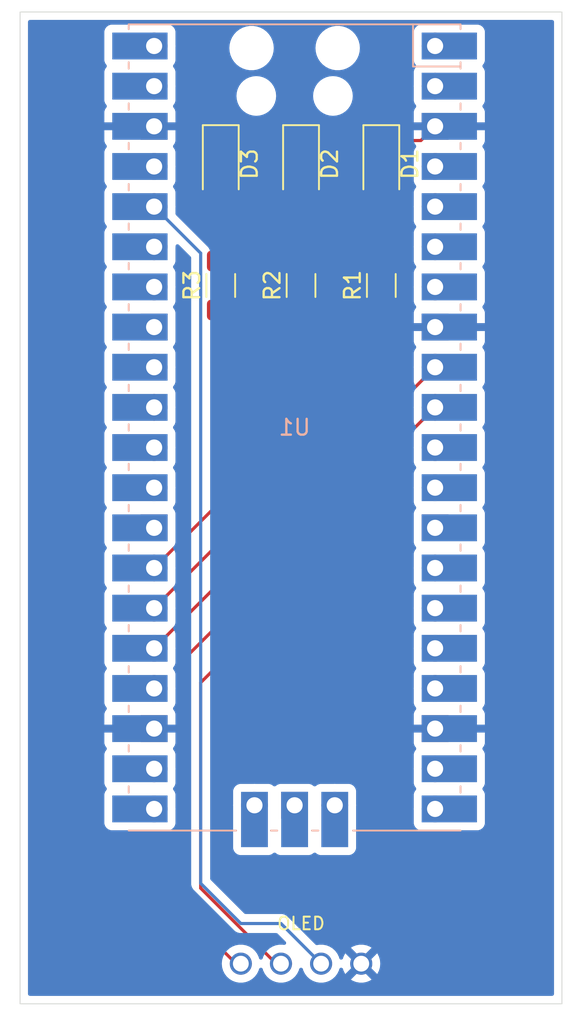
<source format=kicad_pcb>
(kicad_pcb (version 20240108) (generator "pcbnew") (generator_version "8.0")
  (layers (0 "F.Cu" signal) (31 "B.Cu" signal) (34 "B.Paste" user) (35 "F.Paste" user) (36 "B.SilkS" user "B.Silkscreen") (37 "F.SilkS" user "F.Silkscreen") (38 "B.Mask" user) (39 "F.Mask" user) (44 "Edge.Cuts" user))
  (net 0 "")
  (net 1 "GND")
  (net 2 "Net-(D1-A)")
  (net 3 "Net-(D2-A)")
  (net 4 "Net-(D3-A)")
  (net 5 "Net-(OL1-SCL)")
  (net 6 "+3.3V")
  (net 7 "Net-(OL1-SDA)")
  (net 8 "Net-(U1-GPIO21)")
  (net 9 "Net-(U1-GPIO20)")
  (net 10 "Net-(U1-GPIO19)")
  (footprint "Resistor_SMD:R_1206_3216Metric_Pad1.30x1.75mm_HandSolder" (layer "F.Cu") (at 114.3 80.29 90)
    (property "Reference" "R2" (at 0 -1.82 270) (layer "F.SilkS"))
    (property "Value" "R")
    (fp_line (start -0.727064 -0.91) (end 0.727064 -0.91) (stroke (width 0.12)) (layer "F.SilkS"))
    (fp_line (start -0.727064 0.91) (end 0.727064 0.91) (stroke (width 0.12)) (layer "F.SilkS"))
    (pad "1" smd roundrect (at -1.55 0 90) (size 1.3 1.75) (layers "F.Cu" "F.Paste" "F.Mask") (roundrect_rratio 0.192308) (net 9 "Net-(U1-GPIO20)"))
    (pad "2" smd roundrect (at 1.55 0 90) (size 1.3 1.75) (layers "F.Cu" "F.Paste" "F.Mask") (roundrect_rratio 0.192308) (net 3 "Net-(D2-A)"))
  )
  (footprint "LED_SMD:LED_1206_3216Metric_Pad1.42x1.75mm_HandSolder" (layer "F.Cu") (at 109.22 72.6075 -90)
    (property "Reference" "D3" (at 0 -1.82 90) (layer "F.SilkS"))
    (property "Value" "GREEN")
    (fp_line (start -2.46 1.135) (end 1.6 1.135) (stroke (width 0.12)) (layer "F.SilkS"))
    (fp_line (start -2.46 -1.135) (end -2.46 1.135) (stroke (width 0.12)) (layer "F.SilkS"))
    (fp_line (start 1.6 -1.135) (end -2.46 -1.135) (stroke (width 0.12)) (layer "F.SilkS"))
    (pad "1" smd roundrect (at -1.4875 0 270) (size 1.425 1.75) (layers "F.Cu" "F.Paste" "F.Mask") (roundrect_rratio 0.175439) (net 1 "GND"))
    (pad "2" smd roundrect (at 1.4875 0 270) (size 1.425 1.75) (layers "F.Cu" "F.Paste" "F.Mask") (roundrect_rratio 0.175439) (net 4 "Net-(D3-A)"))
  )
  (footprint "Resistor_SMD:R_1206_3216Metric_Pad1.30x1.75mm_HandSolder" (layer "F.Cu") (at 109.22 80.29 90)
    (property "Reference" "R3" (at 0 -1.82 270) (layer "F.SilkS"))
    (property "Value" "R")
    (fp_line (start -0.727064 -0.91) (end 0.727064 -0.91) (stroke (width 0.12)) (layer "F.SilkS"))
    (fp_line (start -0.727064 0.91) (end 0.727064 0.91) (stroke (width 0.12)) (layer "F.SilkS"))
    (pad "1" smd roundrect (at -1.55 0 90) (size 1.3 1.75) (layers "F.Cu" "F.Paste" "F.Mask") (roundrect_rratio 0.192308) (net 8 "Net-(U1-GPIO21)"))
    (pad "2" smd roundrect (at 1.55 0 90) (size 1.3 1.75) (layers "F.Cu" "F.Paste" "F.Mask") (roundrect_rratio 0.192308) (net 4 "Net-(D3-A)"))
  )
  (footprint "kbd:OLED" (layer "F.Cu") (at 114.3 123.19)
    (property "Reference" "OL1")
    (property "Value" "OLED" (hide yes))
    (fp_text user "OLED" (at 0 -2.54 0) (layer "F.SilkS") (effects (font (size 0.8 0.8) (thickness 0.125) (bold yes))))
    (pad "1" thru_hole circle (at -3.81 0) (size 1.4 1.4) (drill 1) (layers "*.Cu" "*.Mask") (net 7 "Net-(OL1-SDA)"))
    (pad "2" thru_hole circle (at -1.27 0) (size 1.4 1.4) (drill 1) (layers "*.Cu" "*.Mask") (net 5 "Net-(OL1-SCL)"))
    (pad "3" thru_hole circle (at 1.27 0) (size 1.4 1.4) (drill 1) (layers "*.Cu" "*.Mask") (net 6 "+3.3V"))
    (pad "4" thru_hole circle (at 3.81 0) (size 1.4 1.4) (drill 1) (layers "*.Cu" "*.Mask") (net 1 "GND"))
  )
  (footprint "LED_SMD:LED_1206_3216Metric_Pad1.42x1.75mm_HandSolder" (layer "F.Cu") (at 119.38 72.6075 -90)
    (property "Reference" "D1" (at 0 -1.82 90) (layer "F.SilkS"))
    (property "Value" "RED")
    (fp_line (start -2.46 1.135) (end 1.6 1.135) (stroke (width 0.12)) (layer "F.SilkS"))
    (fp_line (start -2.46 -1.135) (end -2.46 1.135) (stroke (width 0.12)) (layer "F.SilkS"))
    (fp_line (start 1.6 -1.135) (end -2.46 -1.135) (stroke (width 0.12)) (layer "F.SilkS"))
    (pad "1" smd roundrect (at -1.4875 0 270) (size 1.425 1.75) (layers "F.Cu" "F.Paste" "F.Mask") (roundrect_rratio 0.175439) (net 1 "GND"))
    (pad "2" smd roundrect (at 1.4875 0 270) (size 1.425 1.75) (layers "F.Cu" "F.Paste" "F.Mask") (roundrect_rratio 0.175439) (net 2 "Net-(D1-A)"))
  )
  (footprint "LED_SMD:LED_1206_3216Metric_Pad1.42x1.75mm_HandSolder" (layer "F.Cu") (at 114.3 72.6075 -90)
    (property "Reference" "D2" (at 0 -1.82 90) (layer "F.SilkS"))
    (property "Value" "YELLOW")
    (fp_line (start -2.46 1.135) (end 1.6 1.135) (stroke (width 0.12)) (layer "F.SilkS"))
    (fp_line (start -2.46 -1.135) (end -2.46 1.135) (stroke (width 0.12)) (layer "F.SilkS"))
    (fp_line (start 1.6 -1.135) (end -2.46 -1.135) (stroke (width 0.12)) (layer "F.SilkS"))
    (pad "1" smd roundrect (at -1.4875 0 270) (size 1.425 1.75) (layers "F.Cu" "F.Paste" "F.Mask") (roundrect_rratio 0.175439) (net 1 "GND"))
    (pad "2" smd roundrect (at 1.4875 0 270) (size 1.425 1.75) (layers "F.Cu" "F.Paste" "F.Mask") (roundrect_rratio 0.175439) (net 3 "Net-(D2-A)"))
  )
  (footprint "Resistor_SMD:R_1206_3216Metric_Pad1.30x1.75mm_HandSolder" (layer "F.Cu") (at 119.38 80.29 90)
    (property "Reference" "R1" (at 0 -1.82 270) (layer "F.SilkS"))
    (property "Value" "R")
    (fp_line (start -0.727064 -0.91) (end 0.727064 -0.91) (stroke (width 0.12)) (layer "F.SilkS"))
    (fp_line (start -0.727064 0.91) (end 0.727064 0.91) (stroke (width 0.12)) (layer "F.SilkS"))
    (pad "1" smd roundrect (at -1.55 0 90) (size 1.3 1.75) (layers "F.Cu" "F.Paste" "F.Mask") (roundrect_rratio 0.192308) (net 10 "Net-(U1-GPIO19)"))
    (pad "2" smd roundrect (at 1.55 0 90) (size 1.3 1.75) (layers "F.Cu" "F.Paste" "F.Mask") (roundrect_rratio 0.192308) (net 2 "Net-(D1-A)"))
  )
  (footprint "MCU_RaspberryPi_and_Boards:RPi_Pico_SMD_TH" (layer "B.Cu") (at 113.8938 89.2702 180)
    (property "Reference" "U1" (at 0 0 180) (layer "B.SilkS") (effects (justify mirror)))
    (property "Value" "Pico")
    (fp_line (start 10.5 25.5) (end -10.5 25.5) (stroke (width 0.12)) (layer "B.SilkS"))
    (fp_line (start 10.5 25.2) (end 10.5 25.5) (stroke (width 0.12)) (layer "B.SilkS"))
    (fp_line (start 10.5 22.7) (end 10.5 23.1) (stroke (width 0.12)) (layer "B.SilkS"))
    (fp_line (start 10.5 20.1) (end 10.5 20.5) (stroke (width 0.12)) (layer "B.SilkS"))
    (fp_line (start 10.5 17.6) (end 10.5 18) (stroke (width 0.12)) (layer "B.SilkS"))
    (fp_line (start 10.5 15) (end 10.5 15.4) (stroke (width 0.12)) (layer "B.SilkS"))
    (fp_line (start 10.5 12.5) (end 10.5 12.9) (stroke (width 0.12)) (layer "B.SilkS"))
    (fp_line (start 10.5 10) (end 10.5 10.4) (stroke (width 0.12)) (layer "B.SilkS"))
    (fp_line (start 10.5 7.4) (end 10.5 7.8) (stroke (width 0.12)) (layer "B.SilkS"))
    (fp_line (start 10.5 4.9) (end 10.5 5.3) (stroke (width 0.12)) (layer "B.SilkS"))
    (fp_line (start 10.5 2.3) (end 10.5 2.7) (stroke (width 0.12)) (layer "B.SilkS"))
    (fp_line (start 10.5 -0.2) (end 10.5 0.2) (stroke (width 0.12)) (layer "B.SilkS"))
    (fp_line (start 10.5 -2.7) (end 10.5 -2.3) (stroke (width 0.12)) (layer "B.SilkS"))
    (fp_line (start 10.5 -5.3) (end 10.5 -4.9) (stroke (width 0.12)) (layer "B.SilkS"))
    (fp_line (start 10.5 -7.8) (end 10.5 -7.4) (stroke (width 0.12)) (layer "B.SilkS"))
    (fp_line (start 10.5 -10.4) (end 10.5 -10) (stroke (width 0.12)) (layer "B.SilkS"))
    (fp_line (start 10.5 -12.9) (end 10.5 -12.5) (stroke (width 0.12)) (layer "B.SilkS"))
    (fp_line (start 10.5 -15.5) (end 10.5 -15.1) (stroke (width 0.12)) (layer "B.SilkS"))
    (fp_line (start 10.5 -18) (end 10.5 -17.6) (stroke (width 0.12)) (layer "B.SilkS"))
    (fp_line (start 10.5 -20.5) (end 10.5 -20.1) (stroke (width 0.12)) (layer "B.SilkS"))
    (fp_line (start 10.5 -23.1) (end 10.5 -22.7) (stroke (width 0.12)) (layer "B.SilkS"))
    (fp_line (start 3.7 -25.5) (end 10.5 -25.5) (stroke (width 0.12)) (layer "B.SilkS"))
    (fp_line (start 1.5 -25.5) (end 1.1 -25.5) (stroke (width 0.12)) (layer "B.SilkS"))
    (fp_line (start -1.1 -25.5) (end -1.5 -25.5) (stroke (width 0.12)) (layer "B.SilkS"))
    (fp_line (start -7.493 25.5) (end -7.493 22.833) (stroke (width 0.12)) (layer "B.SilkS"))
    (fp_line (start -7.493 22.833) (end -10.5 22.833) (stroke (width 0.12)) (layer "B.SilkS"))
    (fp_line (start -10.5 25.2) (end -10.5 25.5) (stroke (width 0.12)) (layer "B.SilkS"))
    (fp_line (start -10.5 22.7) (end -10.5 23.1) (stroke (width 0.12)) (layer "B.SilkS"))
    (fp_line (start -10.5 20.1) (end -10.5 20.5) (stroke (width 0.12)) (layer "B.SilkS"))
    (fp_line (start -10.5 17.6) (end -10.5 18) (stroke (width 0.12)) (layer "B.SilkS"))
    (fp_line (start -10.5 15) (end -10.5 15.4) (stroke (width 0.12)) (layer "B.SilkS"))
    (fp_line (start -10.5 12.5) (end -10.5 12.9) (stroke (width 0.12)) (layer "B.SilkS"))
    (fp_line (start -10.5 10) (end -10.5 10.4) (stroke (width 0.12)) (layer "B.SilkS"))
    (fp_line (start -10.5 7.4) (end -10.5 7.8) (stroke (width 0.12)) (layer "B.SilkS"))
    (fp_line (start -10.5 4.9) (end -10.5 5.3) (stroke (width 0.12)) (layer "B.SilkS"))
    (fp_line (start -10.5 2.3) (end -10.5 2.7) (stroke (width 0.12)) (layer "B.SilkS"))
    (fp_line (start -10.5 -0.2) (end -10.5 0.2) (stroke (width 0.12)) (layer "B.SilkS"))
    (fp_line (start -10.5 -2.7) (end -10.5 -2.3) (stroke (width 0.12)) (layer "B.SilkS"))
    (fp_line (start -10.5 -5.3) (end -10.5 -4.9) (stroke (width 0.12)) (layer "B.SilkS"))
    (fp_line (start -10.5 -7.8) (end -10.5 -7.4) (stroke (width 0.12)) (layer "B.SilkS"))
    (fp_line (start -10.5 -10.4) (end -10.5 -10) (stroke (width 0.12)) (layer "B.SilkS"))
    (fp_line (start -10.5 -12.9) (end -10.5 -12.5) (stroke (width 0.12)) (layer "B.SilkS"))
    (fp_line (start -10.5 -15.5) (end -10.5 -15.1) (stroke (width 0.12)) (layer "B.SilkS"))
    (fp_line (start -10.5 -18) (end -10.5 -17.6) (stroke (width 0.12)) (layer "B.SilkS"))
    (fp_line (start -10.5 -20.5) (end -10.5 -20.1) (stroke (width 0.12)) (layer "B.SilkS"))
    (fp_line (start -10.5 -23.1) (end -10.5 -22.7) (stroke (width 0.12)) (layer "B.SilkS"))
    (fp_line (start -10.5 -25.5) (end -3.7 -25.5) (stroke (width 0.12)) (layer "B.SilkS"))
    (pad "" np_thru_hole oval (at -2.725 24 180) (size 1.8 1.8) (drill 1.8) (layers "*.Cu" "*.Mask"))
    (pad "" np_thru_hole oval (at -2.425 20.97 180) (size 1.5 1.5) (drill 1.5) (layers "*.Cu" "*.Mask"))
    (pad "" np_thru_hole oval (at 2.425 20.97 180) (size 1.5 1.5) (drill 1.5) (layers "*.Cu" "*.Mask"))
    (pad "" np_thru_hole oval (at 2.725 24 180) (size 1.8 1.8) (drill 1.8) (layers "*.Cu" "*.Mask"))
    (pad "1" thru_hole oval (at -8.89 24.13 180) (size 1.7 1.7) (drill 1.02) (layers "*.Cu" "*.Mask"))
    (pad "1" smd rect (at -8.89 24.13 180) (size 3.5 1.7) (drill (offset -0.9 0)) (layers "B.Cu" "B.Mask"))
    (pad "2" thru_hole oval (at -8.89 21.59 180) (size 1.7 1.7) (drill 1.02) (layers "*.Cu" "*.Mask"))
    (pad "2" smd rect (at -8.89 21.59 180) (size 3.5 1.7) (drill (offset -0.9 0)) (layers "B.Cu" "B.Mask"))
    (pad "3" thru_hole rect (at -8.89 19.05 180) (size 1.7 1.7) (drill 1.02) (layers "*.Cu" "*.Mask") (net 1 "GND"))
    (pad "3" smd rect (at -8.89 19.05 180) (size 3.5 1.7) (drill (offset -0.9 0)) (layers "B.Cu" "B.Mask") (net 1 "GND"))
    (pad "4" thru_hole oval (at -8.89 16.51 180) (size 1.7 1.7) (drill 1.02) (layers "*.Cu" "*.Mask"))
    (pad "4" smd rect (at -8.89 16.51 180) (size 3.5 1.7) (drill (offset -0.9 0)) (layers "B.Cu" "B.Mask"))
    (pad "5" thru_hole oval (at -8.89 13.97 180) (size 1.7 1.7) (drill 1.02) (layers "*.Cu" "*.Mask"))
    (pad "5" smd rect (at -8.89 13.97 180) (size 3.5 1.7) (drill (offset -0.9 0)) (layers "B.Cu" "B.Mask"))
    (pad "6" thru_hole oval (at -8.89 11.43 180) (size 1.7 1.7) (drill 1.02) (layers "*.Cu" "*.Mask"))
    (pad "6" smd rect (at -8.89 11.43 180) (size 3.5 1.7) (drill (offset -0.9 0)) (layers "B.Cu" "B.Mask"))
    (pad "7" thru_hole oval (at -8.89 8.89 180) (size 1.7 1.7) (drill 1.02) (layers "*.Cu" "*.Mask"))
    (pad "7" smd rect (at -8.89 8.89 180) (size 3.5 1.7) (drill (offset -0.9 0)) (layers "B.Cu" "B.Mask"))
    (pad "8" thru_hole rect (at -8.89 6.35 180) (size 1.7 1.7) (drill 1.02) (layers "*.Cu" "*.Mask") (net 1 "GND"))
    (pad "8" smd rect (at -8.89 6.35 180) (size 3.5 1.7) (drill (offset -0.9 0)) (layers "B.Cu" "B.Mask") (net 1 "GND"))
    (pad "9" thru_hole oval (at -8.89 3.81 180) (size 1.7 1.7) (drill 1.02) (layers "*.Cu" "*.Mask") (net 7 "Net-(OL1-SDA)"))
    (pad "9" smd rect (at -8.89 3.81 180) (size 3.5 1.7) (drill (offset -0.9 0)) (layers "B.Cu" "B.Mask") (net 7 "Net-(OL1-SDA)"))
    (pad "10" thru_hole oval (at -8.89 1.27 180) (size 1.7 1.7) (drill 1.02) (layers "*.Cu" "*.Mask") (net 5 "Net-(OL1-SCL)"))
    (pad "10" smd rect (at -8.89 1.27 180) (size 3.5 1.7) (drill (offset -0.9 0)) (layers "B.Cu" "B.Mask") (net 5 "Net-(OL1-SCL)"))
    (pad "11" thru_hole oval (at -8.89 -1.27 180) (size 1.7 1.7) (drill 1.02) (layers "*.Cu" "*.Mask"))
    (pad "11" smd rect (at -8.89 -1.27 180) (size 3.5 1.7) (drill (offset -0.9 0)) (layers "B.Cu" "B.Mask"))
    (pad "12" thru_hole oval (at -8.89 -3.81 180) (size 1.7 1.7) (drill 1.02) (layers "*.Cu" "*.Mask"))
    (pad "12" smd rect (at -8.89 -3.81 180) (size 3.5 1.7) (drill (offset -0.9 0)) (layers "B.Cu" "B.Mask"))
    (pad "13" thru_hole rect (at -8.89 -6.35 180) (size 1.7 1.7) (drill 1.02) (layers "*.Cu" "*.Mask"))
    (pad "13" smd rect (at -8.89 -6.35 180) (size 3.5 1.7) (drill (offset -0.9 0)) (layers "B.Cu" "B.Mask"))
    (pad "14" thru_hole oval (at -8.89 -8.89 180) (size 1.7 1.7) (drill 1.02) (layers "*.Cu" "*.Mask"))
    (pad "14" smd rect (at -8.89 -8.89 180) (size 3.5 1.7) (drill (offset -0.9 0)) (layers "B.Cu" "B.Mask"))
    (pad "15" thru_hole oval (at -8.89 -11.43 180) (size 1.7 1.7) (drill 1.02) (layers "*.Cu" "*.Mask"))
    (pad "15" smd rect (at -8.89 -11.43 180) (size 3.5 1.7) (drill (offset -0.9 0)) (layers "B.Cu" "B.Mask"))
    (pad "16" thru_hole oval (at -8.89 -13.97 180) (size 1.7 1.7) (drill 1.02) (layers "*.Cu" "*.Mask"))
    (pad "16" smd rect (at -8.89 -13.97 180) (size 3.5 1.7) (drill (offset -0.9 0)) (layers "B.Cu" "B.Mask"))
    (pad "17" thru_hole oval (at -8.89 -16.51 180) (size 1.7 1.7) (drill 1.02) (layers "*.Cu" "*.Mask"))
    (pad "17" smd rect (at -8.89 -16.51 180) (size 3.5 1.7) (drill (offset -0.9 0)) (layers "B.Cu" "B.Mask"))
    (pad "18" thru_hole rect (at -8.89 -19.05 180) (size 1.7 1.7) (drill 1.02) (layers "*.Cu" "*.Mask") (net 1 "GND"))
    (pad "18" smd rect (at -8.89 -19.05 180) (size 3.5 1.7) (drill (offset -0.9 0)) (layers "B.Cu" "B.Mask") (net 1 "GND"))
    (pad "19" thru_hole oval (at -8.89 -21.59 180) (size 1.7 1.7) (drill 1.02) (layers "*.Cu" "*.Mask"))
    (pad "19" smd rect (at -8.89 -21.59 180) (size 3.5 1.7) (drill (offset -0.9 0)) (layers "B.Cu" "B.Mask"))
    (pad "20" thru_hole oval (at -8.89 -24.13 180) (size 1.7 1.7) (drill 1.02) (layers "*.Cu" "*.Mask"))
    (pad "20" smd rect (at -8.89 -24.13 180) (size 3.5 1.7) (drill (offset -0.9 0)) (layers "B.Cu" "B.Mask"))
    (pad "21" thru_hole oval (at 8.89 -24.13 180) (size 1.7 1.7) (drill 1.02) (layers "*.Cu" "*.Mask"))
    (pad "21" smd rect (at 8.89 -24.13 180) (size 3.5 1.7) (drill (offset 0.9 0)) (layers "B.Cu" "B.Mask"))
    (pad "22" thru_hole oval (at 8.89 -21.59 180) (size 1.7 1.7) (drill 1.02) (layers "*.Cu" "*.Mask"))
    (pad "22" smd rect (at 8.89 -21.59 180) (size 3.5 1.7) (drill (offset 0.9 0)) (layers "B.Cu" "B.Mask"))
    (pad "23" thru_hole rect (at 8.89 -19.05 180) (size 1.7 1.7) (drill 1.02) (layers "*.Cu" "*.Mask") (net 1 "GND"))
    (pad "23" smd rect (at 8.89 -19.05 180) (size 3.5 1.7) (drill (offset 0.9 0)) (layers "B.Cu" "B.Mask") (net 1 "GND"))
    (pad "24" thru_hole oval (at 8.89 -16.51 180) (size 1.7 1.7) (drill 1.02) (layers "*.Cu" "*.Mask"))
    (pad "24" smd rect (at 8.89 -16.51 180) (size 3.5 1.7) (drill (offset 0.9 0)) (layers "B.Cu" "B.Mask"))
    (pad "25" thru_hole oval (at 8.89 -13.97 180) (size 1.7 1.7) (drill 1.02) (layers "*.Cu" "*.Mask") (net 10 "Net-(U1-GPIO19)"))
    (pad "25" smd rect (at 8.89 -13.97 180) (size 3.5 1.7) (drill (offset 0.9 0)) (layers "B.Cu" "B.Mask") (net 10 "Net-(U1-GPIO19)"))
    (pad "26" thru_hole oval (at 8.89 -11.43 180) (size 1.7 1.7) (drill 1.02) (layers "*.Cu" "*.Mask") (net 9 "Net-(U1-GPIO20)"))
    (pad "26" smd rect (at 8.89 -11.43 180) (size 3.5 1.7) (drill (offset 0.9 0)) (layers "B.Cu" "B.Mask") (net 9 "Net-(U1-GPIO20)"))
    (pad "27" thru_hole oval (at 8.89 -8.89 180) (size 1.7 1.7) (drill 1.02) (layers "*.Cu" "*.Mask") (net 8 "Net-(U1-GPIO21)"))
    (pad "27" smd rect (at 8.89 -8.89 180) (size 3.5 1.7) (drill (offset 0.9 0)) (layers "B.Cu" "B.Mask") (net 8 "Net-(U1-GPIO21)"))
    (pad "28" thru_hole rect (at 8.89 -6.35 180) (size 1.7 1.7) (drill 1.02) (layers "*.Cu" "*.Mask"))
    (pad "28" smd rect (at 8.89 -6.35 180) (size 3.5 1.7) (drill (offset 0.9 0)) (layers "B.Cu" "B.Mask"))
    (pad "29" thru_hole oval (at 8.89 -3.81 180) (size 1.7 1.7) (drill 1.02) (layers "*.Cu" "*.Mask"))
    (pad "29" smd rect (at 8.89 -3.81 180) (size 3.5 1.7) (drill (offset 0.9 0)) (layers "B.Cu" "B.Mask"))
    (pad "30" thru_hole oval (at 8.89 -1.27 180) (size 1.7 1.7) (drill 1.02) (layers "*.Cu" "*.Mask"))
    (pad "30" smd rect (at 8.89 -1.27 180) (size 3.5 1.7) (drill (offset 0.9 0)) (layers "B.Cu" "B.Mask"))
    (pad "31" thru_hole oval (at 8.89 1.27 180) (size 1.7 1.7) (drill 1.02) (layers "*.Cu" "*.Mask"))
    (pad "31" smd rect (at 8.89 1.27 180) (size 3.5 1.7) (drill (offset 0.9 0)) (layers "B.Cu" "B.Mask"))
    (pad "32" thru_hole oval (at 8.89 3.81 180) (size 1.7 1.7) (drill 1.02) (layers "*.Cu" "*.Mask"))
    (pad "32" smd rect (at 8.89 3.81 180) (size 3.5 1.7) (drill (offset 0.9 0)) (layers "B.Cu" "B.Mask"))
    (pad "33" thru_hole rect (at 8.89 6.35 180) (size 1.7 1.7) (drill 1.02) (layers "*.Cu" "*.Mask"))
    (pad "33" smd rect (at 8.89 6.35 180) (size 3.5 1.7) (drill (offset 0.9 0)) (layers "B.Cu" "B.Mask"))
    (pad "34" thru_hole oval (at 8.89 8.89 180) (size 1.7 1.7) (drill 1.02) (layers "*.Cu" "*.Mask"))
    (pad "34" smd rect (at 8.89 8.89 180) (size 3.5 1.7) (drill (offset 0.9 0)) (layers "B.Cu" "B.Mask"))
    (pad "35" thru_hole oval (at 8.89 11.43 180) (size 1.7 1.7) (drill 1.02) (layers "*.Cu" "*.Mask"))
    (pad "35" smd rect (at 8.89 11.43 180) (size 3.5 1.7) (drill (offset 0.9 0)) (layers "B.Cu" "B.Mask"))
    (pad "36" thru_hole oval (at 8.89 13.97 180) (size 1.7 1.7) (drill 1.02) (layers "*.Cu" "*.Mask") (net 6 "+3.3V"))
    (pad "36" smd rect (at 8.89 13.97 180) (size 3.5 1.7) (drill (offset 0.9 0)) (layers "B.Cu" "B.Mask") (net 6 "+3.3V"))
    (pad "37" thru_hole oval (at 8.89 16.51 180) (size 1.7 1.7) (drill 1.02) (layers "*.Cu" "*.Mask"))
    (pad "37" smd rect (at 8.89 16.51 180) (size 3.5 1.7) (drill (offset 0.9 0)) (layers "B.Cu" "B.Mask"))
    (pad "38" thru_hole rect (at 8.89 19.05 180) (size 1.7 1.7) (drill 1.02) (layers "*.Cu" "*.Mask") (net 1 "GND"))
    (pad "38" smd rect (at 8.89 19.05 180) (size 3.5 1.7) (drill (offset 0.9 0)) (layers "B.Cu" "B.Mask") (net 1 "GND"))
    (pad "39" thru_hole oval (at 8.89 21.59 180) (size 1.7 1.7) (drill 1.02) (layers "*.Cu" "*.Mask"))
    (pad "39" smd rect (at 8.89 21.59 180) (size 3.5 1.7) (drill (offset 0.9 0)) (layers "B.Cu" "B.Mask"))
    (pad "40" thru_hole oval (at 8.89 24.13 180) (size 1.7 1.7) (drill 1.02) (layers "*.Cu" "*.Mask"))
    (pad "40" smd rect (at 8.89 24.13 180) (size 3.5 1.7) (drill (offset 0.9 0)) (layers "B.Cu" "B.Mask"))
    (pad "41" thru_hole oval (at -2.54 -23.9 180) (size 1.7 1.7) (drill 1.02) (layers "*.Cu" "*.Mask"))
    (pad "41" smd rect (at -2.54 -23.9 90) (size 3.5 1.7) (drill (offset -0.9 0)) (layers "B.Cu" "B.Mask"))
    (pad "42" thru_hole rect (at 0 -23.9 180) (size 1.7 1.7) (drill 1.02) (layers "*.Cu" "*.Mask"))
    (pad "42" smd rect (at 0 -23.9 90) (size 3.5 1.7) (drill (offset -0.9 0)) (layers "B.Cu" "B.Mask"))
    (pad "43" thru_hole oval (at 2.54 -23.9 180) (size 1.7 1.7) (drill 1.02) (layers "*.Cu" "*.Mask"))
    (pad "43" smd rect (at 2.54 -23.9 90) (size 3.5 1.7) (drill (offset -0.9 0)) (layers "B.Cu" "B.Mask"))
  )
  (gr_line (start 96.52 62.987754) (end 130.81 62.987754) (stroke (width 0.05)) (layer "Edge.Cuts"))
  (gr_line (start 130.81 62.987754) (end 130.81 125.73) (stroke (width 0.05)) (layer "Edge.Cuts"))
  (gr_line (start 130.81 125.73) (end 96.52 125.73) (stroke (width 0.05)) (layer "Edge.Cuts"))
  (gr_line (start 96.52 125.73) (end 96.52 62.987754) (stroke (width 0.05)) (layer "Edge.Cuts"))
  (segment (start 109.22 71.12) (end 114.4 71.12) (width 0.2) (layer "F.Cu") (net 1))
  (segment (start 119.38 71.12) (end 121.884 71.12) (width 0.2) (layer "F.Cu") (net 1))
  (segment (start 119.38 71.12) (end 114.4 71.12) (width 0.2) (layer "F.Cu") (net 1))
  (segment (start 121.884 71.12) (end 122.7838 70.2202) (width 0.2) (layer "F.Cu") (net 1))
  (segment (start 119.38 74.095) (end 119.38 78.74) (width 0.2) (layer "F.Cu") (net 2))
  (segment (start 114.3 74.095) (end 114.3 78.74) (width 0.2) (layer "F.Cu") (net 3))
  (segment (start 114.4 78.64) (end 114.3 78.74) (width 0.2) (layer "F.Cu") (net 3))
  (segment (start 109.22 78.54) (end 109.02 78.74) (width 0.2) (layer "F.Cu") (net 4))
  (segment (start 109.22 78.74) (end 109.22 74.095) (width 0.2) (layer "F.Cu") (net 4))
  (segment (start 119.38 91.404) (end 122.7838 88.0002) (width 0.2) (layer "F.Cu") (net 5))
  (segment (start 112.7252 123.19) (end 107.95 118.4148) (width 0.2) (layer "F.Cu") (net 5))
  (segment (start 107.95 105.41) (end 119.38 93.98) (width 0.2) (layer "F.Cu") (net 5))
  (segment (start 119.38 93.98) (end 119.38 91.404) (width 0.2) (layer "F.Cu") (net 5))
  (segment (start 107.95 118.4148) (end 107.95 105.41) (width 0.2) (layer "F.Cu") (net 5))
  (segment (start 115.2652 122.8852) (end 113.03 120.65) (width 0.2) (layer "B.Cu") (net 6))
  (segment (start 115.2652 123.19) (end 115.2652 122.8852) (width 0.2) (layer "B.Cu") (net 6))
  (segment (start 107.95 118.11) (end 107.95 78.2464) (width 0.2) (layer "B.Cu") (net 6))
  (segment (start 113.03 120.65) (end 110.49 120.65) (width 0.2) (layer "B.Cu") (net 6))
  (segment (start 107.95 78.2464) (end 105.0038 75.3002) (width 0.2) (layer "B.Cu") (net 6))
  (segment (start 110.49 120.65) (end 107.95 118.11) (width 0.2) (layer "B.Cu") (net 6))
  (segment (start 122.7838 85.4602) (end 118.11 90.134) (width 0.2) (layer "F.Cu") (net 7))
  (segment (start 118.11 90.134) (end 118.11 92.71) (width 0.2) (layer "F.Cu") (net 7))
  (segment (start 106.68 104.14) (end 106.68 119.6848) (width 0.2) (layer "F.Cu") (net 7))
  (segment (start 106.68 119.6848) (end 110.1852 123.19) (width 0.2) (layer "F.Cu") (net 7))
  (segment (start 118.11 92.71) (end 106.68 104.14) (width 0.2) (layer "F.Cu") (net 7))
  (segment (start 109.22 93.944) (end 105.0038 98.1602) (width 0.2) (layer "F.Cu") (net 8))
  (segment (start 109.22 81.84) (end 109.22 93.944) (width 0.2) (layer "F.Cu") (net 8))
  (segment (start 114.3 81.84) (end 114.3 91.404) (width 0.2) (layer "F.Cu") (net 9))
  (segment (start 114.3 91.404) (end 105.0038 100.7002) (width 0.2) (layer "F.Cu") (net 9))
  (segment (start 112.994 95.25) (end 113.03 95.25) (width 0.2) (layer "F.Cu") (net 10))
  (segment (start 116.84 88.9) (end 119.38 86.36) (width 0.2) (layer "F.Cu") (net 10))
  (segment (start 113.03 95.25) (end 116.84 91.44) (width 0.2) (layer "F.Cu") (net 10))
  (segment (start 119.38 81.84) (end 119.38 86.36) (width 0.2) (layer "F.Cu") (net 10))
  (segment (start 105.0038 103.2402) (end 112.994 95.25) (width 0.2) (layer "F.Cu") (net 10))
  (segment (start 116.84 91.44) (end 116.84 88.9) (width 0.2) (layer "F.Cu") (net 10))
  (zone (net 1) (net_name "GND") (layer "B.Cu") (connect_pads (clearance 0.5)) (min_thickness 0.25) (fill yes (thermal_gap 0.5) (thermal_bridge_width 0.5))
    (polygon (pts (xy 132.08 127) (xy 132.08 62.23) (xy 95.25 62.23) (xy 95.25 127)))
  )
)
</source>
